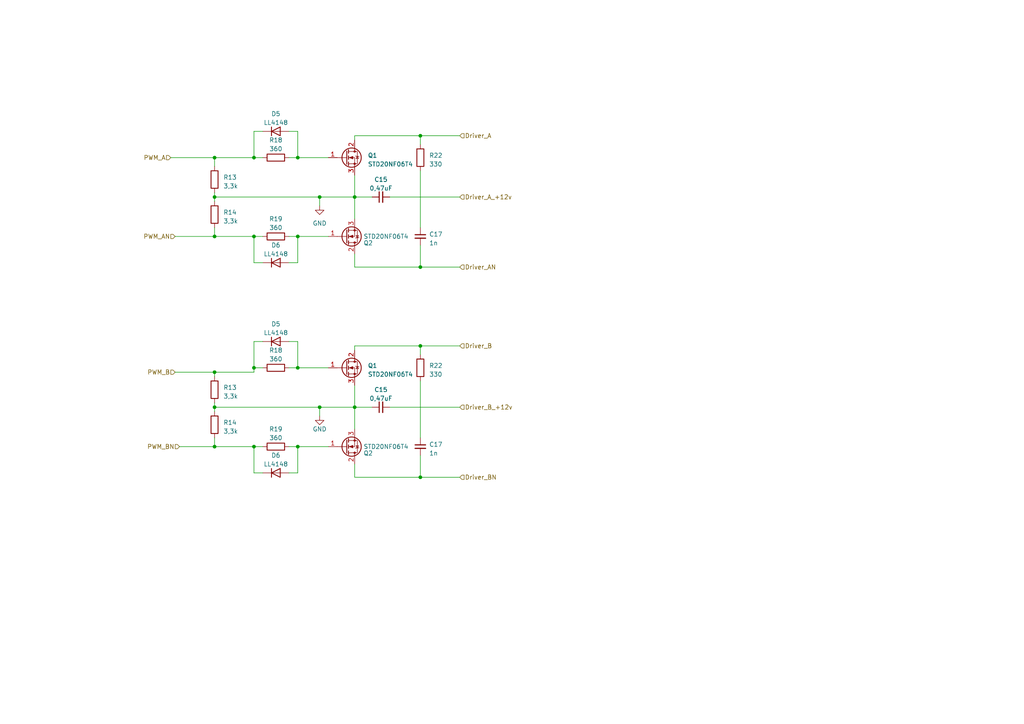
<source format=kicad_sch>
(kicad_sch (version 20230121) (generator eeschema)
  (paper "A4")
  (lib_symbols
    (symbol "Device:C_Small" (pin_numbers hide) (pin_names (offset 0.254) hide)
      (property "Reference" "C" (at 0.254 1.778 0))
      (property "Value" "C_Small" (at 0.254 -2.032 0))
      (symbol "C_Small_0_1"
        (polyline (pts (xy -1.524 -0.508) (xy 1.524 -0.508)) (stroke (width 0.3302)))
        (polyline (pts (xy -1.524 0.508) (xy 1.524 0.508)) (stroke (width 0.3048)))
      )
      (symbol "C_Small_1_1"
        (pin passive line (at 0 2.54 270) (length 2.032) (name "~") (number "1"))
        (pin passive line (at 0 -2.54 90) (length 2.032) (name "~") (number "2"))
      )
    )
    (symbol "Device:R" (pin_numbers hide) (pin_names (offset 0))
      (property "Reference" "R" (at 2.032 0 90))
      (property "Value" "R" (at 0 0 90))
      (symbol "R_0_1"
        (rectangle (start -1.016 -2.54) (end 1.016 2.54) (stroke (width 0.254)))
      )
      (symbol "R_1_1"
        (pin passive line (at 0 3.81 270) (length 1.27) (name "~") (number "1"))
        (pin passive line (at 0 -3.81 90) (length 1.27) (name "~") (number "2"))
      )
    )
    (symbol "Diode:LL4148" (pin_numbers hide) (pin_names hide)
      (property "Reference" "D" (at 0 2.54 0))
      (property "Value" "LL4148" (at 0 -2.54 0))
      (symbol "LL4148_0_1"
        (polyline (pts (xy -1.27 1.27) (xy -1.27 -1.27)) (stroke (width 0.254)))
        (polyline (pts (xy 1.27 0) (xy -1.27 0)))
        (polyline (pts (xy 1.27 1.27) (xy 1.27 -1.27) (xy -1.27 0) (xy 1.27 1.27)) (stroke (width 0.254)))
      )
      (symbol "LL4148_1_1"
        (pin passive line (at -3.81 0 0) (length 2.54) (name "K") (number "1"))
        (pin passive line (at 3.81 0 180) (length 2.54) (name "A") (number "2"))
      )
    )
    (symbol "Transistor_FET:QM6006D" (pin_names hide)
      (property "Reference" "Q" (at 5.08 1.905 0))
      (property "Value" "QM6006D" (at 5.08 0 0))
      (symbol "QM6006D_0_1"
        (polyline (pts (xy 0.254 0) (xy -2.54 0)))
        (polyline (pts (xy 0.254 1.905) (xy 0.254 -1.905)) (stroke (width 0.254)))
        (polyline (pts (xy 0.762 -1.27) (xy 0.762 -2.286)) (stroke (width 0.254)))
        (polyline (pts (xy 0.762 0.508) (xy 0.762 -0.508)) (stroke (width 0.254)))
        (polyline (pts (xy 0.762 2.286) (xy 0.762 1.27)) (stroke (width 0.254)))
        (polyline (pts (xy 2.54 2.54) (xy 2.54 1.778)))
        (polyline (pts (xy 2.54 -2.54) (xy 2.54 0) (xy 0.762 0)))
        (polyline (pts (xy 0.762 -1.778) (xy 3.302 -1.778) (xy 3.302 1.778) (xy 0.762 1.778)))
        (polyline (pts (xy 1.016 0) (xy 2.032 0.381) (xy 2.032 -0.381) (xy 1.016 0)) (fill (type outline)))
        (polyline (pts (xy 2.794 0.508) (xy 2.921 0.381) (xy 3.683 0.381) (xy 3.81 0.254)))
        (polyline (pts (xy 3.302 0.381) (xy 2.921 -0.254) (xy 3.683 -0.254) (xy 3.302 0.381)))
        (circle (center 1.651 0) (radius 2.794) (stroke (width 0.254)))
        (circle (center 2.54 -1.778) (radius 0.254) (fill (type outline)))
        (circle (center 2.54 1.778) (radius 0.254) (fill (type outline)))
      )
      (symbol "QM6006D_1_1"
        (pin input line (at -5.08 0 0) (length 2.54) (name "G") (number "1"))
        (pin passive line (at 2.54 5.08 270) (length 2.54) (name "D") (number "2"))
        (pin passive line (at 2.54 -5.08 90) (length 2.54) (name "S") (number "3"))
      )
    )
    (symbol "power:GND" (power) (pin_names (offset 0))
      (property "Value" "GND" (at 0 -3.81 0))
      (symbol "GND_0_1"
        (polyline (pts (xy 0 0) (xy 0 -1.27) (xy 1.27 -1.27) (xy 0 -2.54) (xy -1.27 -1.27) (xy 0 -1.27)))
      )
      (symbol "GND_1_1"
        (pin power_in line (at 0 0 270) (length 0) hide (name "GND") (number "1"))
      )
    )
  )
  (junction (at 121.92 100.33))
  (junction (at 92.71 57.15))
  (junction (at 86.36 68.58))
  (junction (at 62.23 45.72))
  (junction (at 121.92 138.43))
  (junction (at 62.23 118.11))
  (junction (at 62.23 129.54))
  (junction (at 73.66 106.68))
  (junction (at 121.92 77.47))
  (junction (at 62.23 57.15))
  (junction (at 62.23 68.58))
  (junction (at 73.66 68.58))
  (junction (at 92.71 118.11))
  (junction (at 102.87 118.11))
  (junction (at 121.92 39.37))
  (junction (at 73.66 45.72))
  (junction (at 102.87 57.15))
  (junction (at 62.23 107.95))
  (junction (at 73.66 129.54))
  (junction (at 86.36 106.68))
  (junction (at 86.36 45.72))
  (junction (at 86.36 129.54))
  (wire (pts (xy 62.23 55.88) (xy 62.23 57.15)))
  (wire (pts (xy 121.92 100.33) (xy 133.35 100.33)))
  (wire (pts (xy 102.87 100.33) (xy 121.92 100.33)))
  (wire (pts (xy 102.87 101.6) (xy 102.87 100.33)))
  (wire (pts (xy 121.92 132.08) (xy 121.92 138.43)))
  (wire (pts (xy 86.36 106.68) (xy 95.25 106.68)))
  (wire (pts (xy 73.66 68.58) (xy 76.2 68.58)))
  (wire (pts (xy 76.2 137.16) (xy 73.66 137.16)))
  (wire (pts (xy 73.66 99.06) (xy 73.66 106.68)))
  (wire (pts (xy 62.23 107.95) (xy 62.23 109.22)))
  (wire (pts (xy 76.2 99.06) (xy 73.66 99.06)))
  (wire (pts (xy 92.71 57.15) (xy 92.71 59.69)))
  (wire (pts (xy 73.66 106.68) (xy 76.2 106.68)))
  (wire (pts (xy 62.23 129.54) (xy 62.23 127)))
  (wire (pts (xy 92.71 118.11) (xy 102.87 118.11)))
  (wire (pts (xy 121.92 49.53) (xy 121.92 66.04)))
  (wire (pts (xy 73.66 76.2) (xy 73.66 68.58)))
  (wire (pts (xy 121.92 100.33) (xy 121.92 102.87)))
  (wire (pts (xy 49.53 45.72) (xy 62.23 45.72)))
  (wire (pts (xy 102.87 134.62) (xy 102.87 138.43)))
  (wire (pts (xy 102.87 73.66) (xy 102.87 77.47)))
  (wire (pts (xy 83.82 68.58) (xy 86.36 68.58)))
  (wire (pts (xy 73.66 45.72) (xy 76.2 45.72)))
  (wire (pts (xy 62.23 118.11) (xy 62.23 119.38)))
  (wire (pts (xy 62.23 57.15) (xy 92.71 57.15)))
  (wire (pts (xy 86.36 99.06) (xy 86.36 106.68)))
  (wire (pts (xy 83.82 106.68) (xy 86.36 106.68)))
  (wire (pts (xy 62.23 118.11) (xy 92.71 118.11)))
  (wire (pts (xy 102.87 118.11) (xy 102.87 124.46)))
  (wire (pts (xy 102.87 40.64) (xy 102.87 39.37)))
  (wire (pts (xy 102.87 57.15) (xy 107.95 57.15)))
  (wire (pts (xy 102.87 118.11) (xy 102.87 111.76)))
  (wire (pts (xy 86.36 76.2) (xy 86.36 68.58)))
  (wire (pts (xy 83.82 38.1) (xy 86.36 38.1)))
  (wire (pts (xy 62.23 107.95) (xy 73.66 107.95)))
  (wire (pts (xy 73.66 38.1) (xy 73.66 45.72)))
  (wire (pts (xy 73.66 129.54) (xy 76.2 129.54)))
  (wire (pts (xy 86.36 137.16) (xy 86.36 129.54)))
  (wire (pts (xy 50.8 107.95) (xy 62.23 107.95)))
  (wire (pts (xy 83.82 137.16) (xy 86.36 137.16)))
  (wire (pts (xy 73.66 107.95) (xy 73.66 106.68)))
  (wire (pts (xy 83.82 129.54) (xy 86.36 129.54)))
  (wire (pts (xy 62.23 57.15) (xy 62.23 58.42)))
  (wire (pts (xy 92.71 118.11) (xy 92.71 120.65)))
  (wire (pts (xy 86.36 45.72) (xy 95.25 45.72)))
  (wire (pts (xy 76.2 38.1) (xy 73.66 38.1)))
  (wire (pts (xy 83.82 99.06) (xy 86.36 99.06)))
  (wire (pts (xy 86.36 68.58) (xy 95.25 68.58)))
  (wire (pts (xy 92.71 57.15) (xy 102.87 57.15)))
  (wire (pts (xy 102.87 57.15) (xy 102.87 50.8)))
  (wire (pts (xy 62.23 129.54) (xy 73.66 129.54)))
  (wire (pts (xy 102.87 57.15) (xy 102.87 63.5)))
  (wire (pts (xy 62.23 116.84) (xy 62.23 118.11)))
  (wire (pts (xy 121.92 110.49) (xy 121.92 127)))
  (wire (pts (xy 62.23 66.04) (xy 62.23 68.58)))
  (wire (pts (xy 121.92 138.43) (xy 133.35 138.43)))
  (wire (pts (xy 121.92 39.37) (xy 121.92 41.91)))
  (wire (pts (xy 86.36 129.54) (xy 95.25 129.54)))
  (wire (pts (xy 62.23 45.72) (xy 73.66 45.72)))
  (wire (pts (xy 102.87 138.43) (xy 121.92 138.43)))
  (wire (pts (xy 121.92 77.47) (xy 133.35 77.47)))
  (wire (pts (xy 73.66 137.16) (xy 73.66 129.54)))
  (wire (pts (xy 121.92 71.12) (xy 121.92 77.47)))
  (wire (pts (xy 76.2 76.2) (xy 73.66 76.2)))
  (wire (pts (xy 113.03 57.15) (xy 133.35 57.15)))
  (wire (pts (xy 113.03 118.11) (xy 133.35 118.11)))
  (wire (pts (xy 52.07 129.54) (xy 62.23 129.54)))
  (wire (pts (xy 121.92 39.37) (xy 133.35 39.37)))
  (wire (pts (xy 86.36 38.1) (xy 86.36 45.72)))
  (wire (pts (xy 62.23 68.58) (xy 73.66 68.58)))
  (wire (pts (xy 83.82 76.2) (xy 86.36 76.2)))
  (wire (pts (xy 50.8 68.58) (xy 62.23 68.58)))
  (wire (pts (xy 102.87 118.11) (xy 107.95 118.11)))
  (wire (pts (xy 102.87 77.47) (xy 121.92 77.47)))
  (wire (pts (xy 62.23 45.72) (xy 62.23 48.26)))
  (wire (pts (xy 83.82 45.72) (xy 86.36 45.72)))
  (wire (pts (xy 102.87 39.37) (xy 121.92 39.37)))
  (hierarchical_label "Driver_A" (shape input) (at 133.35 39.37 0))
  (hierarchical_label "PWM_A" (shape input) (at 49.53 45.72 180))
  (hierarchical_label "Driver_A_+12v" (shape input) (at 133.35 57.15 0))
  (hierarchical_label "Driver_B" (shape input) (at 133.35 100.33 0))
  (hierarchical_label "PWM_B" (shape input) (at 50.8 107.95 180))
  (hierarchical_label "Driver_B_+12v" (shape input) (at 133.35 118.11 0))
  (hierarchical_label "Driver_BN" (shape input) (at 133.35 138.43 0))
  (hierarchical_label "PWM_AN" (shape input) (at 50.8 68.58 180))
  (hierarchical_label "Driver_AN" (shape input) (at 133.35 77.47 0))
  (hierarchical_label "PWM_BN" (shape input) (at 52.07 129.54 180))
  (symbol (lib_id "Device:R") (at 62.23 123.19 180) (unit 1)
    (property "Reference" "R14" (at 64.77 122.555 0) (effects (justify right)))
    (property "Value" "3,3k" (at 64.77 125.095 0) (effects (justify right)))
    (property "Footprint" "Resistor_SMD:R_1206_3216Metric" (effects hide))
    (property "MFR.Part" "RC1206JR-073K3L" (effects hide))
    (property "Description" "250mW Thick Film Resistors ±100ppm/℃ ±5% 3.3kΩ 1206 Chip Resistor - Surface Mount ROHS" (effects hide))
    (property "LCSC" "C125845" (effects hide))
    (instances (project "Module_1" (path "" (reference "R14") (unit 1)) (path "" (reference "R22") (unit 1))))
  )
  (symbol (lib_id "Device:R") (at 80.01 45.72 270) (unit 1)
    (property "Reference" "R18" (at 80.01 40.64 90))
    (property "Value" "360" (at 80.01 43.18 90))
    (property "Footprint" "Resistor_SMD:R_1206_3216Metric" (effects hide))
    (property "MFR.Part" "RC1206JR-07360RL" (effects hide))
    (property "Description" "250mW Thick Film Resistors ±100ppm/℃ ±5% 360Ω 1206 Chip Resistor - Surface Mount ROHS" (effects hide))
    (property "LCSC" "C246069" (effects hide))
    (instances (project "Module_1" (path "" (reference "R18") (unit 1)) (path "" (reference "R23") (unit 1))))
  )
  (symbol (lib_id "Device:C_Small") (at 121.92 129.54 0) (unit 1)
    (property "Reference" "C17" (at 124.46 128.9113 0) (effects (justify left)))
    (property "Value" "1n" (at 124.46 131.4513 0) (effects (justify left)))
    (property "Footprint" "Capacitor_SMD:C_1206_3216Metric" (effects hide))
    (property "MFR.Part" "CC1206GRNPO9BN102" (effects hide))
    (property "Description" "50V 1nF NP0 ±2% 1206 Multilayer Ceramic Capacitors MLCC - SMD/SMT ROHS" (effects hide))
    (property "LCSC" "C527247" (effects hide))
    (instances (project "Module_1" (path "" (reference "C17") (unit 1)) (path "" (reference "C22") (unit 1))))
  )
  (symbol (lib_id "Diode:LL4148") (at 80.01 76.2 0) (unit 1)
    (property "Reference" "D6" (at 80.01 71.12 0))
    (property "Value" "LL4148" (at 80.01 73.66 0))
    (property "Footprint" "Diode_SMD:D_MiniMELF" (effects hide))
    (property "Datasheet" "http://www.vishay.com/docs/85557/ll4148.pdf" (effects hide))
    (property "MFR.Part" "LL4148" (effects hide))
    (property "Description" "75V 500mW 1V@10mA 4ns 150mA LL-34 Switching Diode ROHS" (effects hide))
    (property "LCSC" "C2891733" (effects hide))
    (instances (project "Module_1" (path "" (reference "D6") (unit 1)) (path "" (reference "D9") (unit 1))))
  )
  (symbol (lib_id "Device:R") (at 121.92 106.68 180) (unit 1)
    (property "Reference" "R22" (at 124.46 106.045 0) (effects (justify right)))
    (property "Value" "330" (at 124.46 108.585 0) (effects (justify right)))
    (property "Footprint" "Resistor_SMD:R_1206_3216Metric" (effects hide))
    (property "MFR.Part" "RC1206JR-07330RL" (effects hide))
    (property "Description" "250mW Thick Film Resistors ±100ppm/℃ ±5% 330Ω 1206 Chip Resistor - Surface Mount ROH" (effects hide))
    (property "LCSC" "C137152" (effects hide))
    (instances (project "Module_1" (path "" (reference "R22") (unit 1)) (path "" (reference "R28") (unit 1))))
  )
  (symbol (lib_id "Diode:LL4148") (at 80.01 38.1 0) (unit 1)
    (property "Reference" "D5" (at 80.01 33.02 0))
    (property "Value" "LL4148" (at 80.01 35.56 0))
    (property "Footprint" "Diode_SMD:D_MiniMELF" (effects hide))
    (property "Datasheet" "http://www.vishay.com/docs/85557/ll4148.pdf" (effects hide))
    (property "MFR.Part" "LL4148" (effects hide))
    (property "Description" "75V 500mW 1V@10mA 4ns 150mA LL-34 Switching Diode ROHS" (effects hide))
    (property "LCSC" "C2891733" (effects hide))
    (instances (project "Module_1" (path "" (reference "D5") (unit 1)) (path "" (reference "D8") (unit 1))))
  )
  (symbol (lib_id "Device:R") (at 80.01 106.68 270) (unit 1)
    (property "Reference" "R18" (at 80.01 101.6 90))
    (property "Value" "360" (at 80.01 104.14 90))
    (property "Footprint" "Resistor_SMD:R_1206_3216Metric" (effects hide))
    (property "MFR.Part" "RC1206JR-07360RL" (effects hide))
    (property "Description" "250mW Thick Film Resistors ±100ppm/℃ ±5% 360Ω 1206 Chip Resistor - Surface Mount ROHS" (effects hide))
    (property "LCSC" "C246069" (effects hide))
    (instances (project "Module_1" (path "" (reference "R18") (unit 1)) (path "" (reference "R25") (unit 1))))
  )
  (symbol (lib_id "Diode:LL4148") (at 80.01 137.16 0) (unit 1)
    (property "Reference" "D6" (at 80.01 132.08 0))
    (property "Value" "LL4148" (at 80.01 134.62 0))
    (property "Footprint" "Diode_SMD:D_MiniMELF" (effects hide))
    (property "Datasheet" "http://www.vishay.com/docs/85557/ll4148.pdf" (effects hide))
    (property "MFR.Part" "LL4148" (effects hide))
    (property "Description" "75V 500mW 1V@10mA 4ns 150mA LL-34 Switching Diode ROHS" (effects hide))
    (property "LCSC" "C2891733" (effects hide))
    (instances (project "Module_1" (path "" (reference "D6") (unit 1)) (path "" (reference "D11") (unit 1))))
  )
  (symbol (lib_id "Device:C_Small") (at 110.49 118.11 90) (unit 1)
    (property "Reference" "C15" (at 110.4963 113.03 90))
    (property "Value" "0,47uF" (at 110.4963 115.57 90))
    (property "Footprint" "Capacitor_SMD:C_1206_3216Metric" (effects hide))
    (property "MFR.Part" "CC1206KKX7R9BB474" (effects hide))
    (property "Description" "50V 470nF X7R ±10% 1206 Multilayer Ceramic Capacitors MLCC - SMD/SMT ROHS" (effects hide))
    (property "LCSC" "C277483" (effects hide))
    (instances (project "Module_1" (path "" (reference "C15") (unit 1)) (path "" (reference "C20") (unit 1))))
  )
  (symbol (lib_id "Device:R") (at 80.01 68.58 270) (unit 1)
    (property "Reference" "R19" (at 80.01 63.5 90))
    (property "Value" "360" (at 80.01 66.04 90))
    (property "Footprint" "Resistor_SMD:R_1206_3216Metric" (effects hide))
    (property "MFR.Part" "RC1206JR-07360RL" (effects hide))
    (property "Description" "250mW Thick Film Resistors ±100ppm/℃ ±5% 360Ω 1206 Chip Resistor - Surface Mount ROHS" (effects hide))
    (property "LCSC" "C246069" (effects hide))
    (instances (project "Module_1" (path "" (reference "R19") (unit 1)) (path "" (reference "R24") (unit 1))))
  )
  (symbol (lib_id "Transistor_FET:QM6006D") (at 100.33 68.58 0) (mirror x) (unit 1)
    (property "Reference" "Q2" (at 105.41 70.485 0) (effects (justify left)))
    (property "Value" "STD20NF06T4" (at 105.41 68.58 0) (effects (justify left)))
    (property "Footprint" "Package_TO_SOT_SMD:TO-252-2" (effects hide))
    (property "Datasheet" "http://www.jaolen.com/images/pdf/QM6006D.pdf" (effects hide))
    (property "MFR.Part" "STD20NF06L" (effects hide))
    (property "Description" "30A 35mΩ@15A,10V 55W TO-252 MOSFETs ROHS" (effects hide))
    (property "LCSC" "C668203" (effects hide))
  )
  (symbol (lib_id "Device:C_Small") (at 121.92 68.58 0) (unit 1)
    (property "Reference" "C17" (at 124.46 67.9513 0) (effects (justify left)))
    (property "Value" "1n" (at 124.46 70.4913 0) (effects (justify left)))
    (property "Footprint" "Capacitor_SMD:C_1206_3216Metric" (effects hide))
    (property "MFR.Part" "CC1206GRNPO9BN102" (effects hide))
    (property "Description" "50V 1nF NP0 ±2% 1206 Multilayer Ceramic Capacitors MLCC - SMD/SMT ROHS" (effects hide))
    (property "LCSC" "C527247" (effects hide))
    (instances (project "Module_1" (path "" (reference "C17") (unit 1)) (path "" (reference "C21") (unit 1))))
  )
  (symbol (lib_id "Device:R") (at 121.92 45.72 180) (unit 1)
    (property "Reference" "R22" (at 124.46 45.085 0) (effects (justify right)))
    (property "Value" "330" (at 124.46 47.625 0) (effects (justify right)))
    (property "Footprint" "Resistor_SMD:R_1206_3216Metric" (effects hide))
    (property "MFR.Part" "RC1206JR-07330RL" (effects hide))
    (property "Description" "250mW Thick Film Resistors ±100ppm/℃ ±5% 330Ω 1206 Chip Resistor - Surface Mount ROH" (effects hide))
    (property "LCSC" "C137152" (effects hide))
    (instances (project "Module_1" (path "" (reference "R22") (unit 1)) (path "" (reference "R27") (unit 1))))
  )
  (symbol (lib_id "power:GND") (at 92.71 120.65 0) (unit 1)
    (property "Reference" "#PWR027" (effects hide))
    (property "Value" "GND" (at 92.71 124.46 0))
  )
  (symbol (lib_id "Diode:LL4148") (at 80.01 99.06 0) (unit 1)
    (property "Reference" "D5" (at 80.01 93.98 0))
    (property "Value" "LL4148" (at 80.01 96.52 0))
    (property "Footprint" "Diode_SMD:D_MiniMELF" (effects hide))
    (property "Datasheet" "http://www.vishay.com/docs/85557/ll4148.pdf" (effects hide))
    (property "MFR.Part" "LL4148" (effects hide))
    (property "Description" "75V 500mW 1V@10mA 4ns 150mA LL-34 Switching Diode ROHS" (effects hide))
    (property "LCSC" "C2891733" (effects hide))
    (instances (project "Module_1" (path "" (reference "D5") (unit 1)) (path "" (reference "D10") (unit 1))))
  )
  (symbol (lib_id "Device:C_Small") (at 110.49 57.15 90) (unit 1)
    (property "Reference" "C15" (at 110.4963 52.07 90))
    (property "Value" "0,47uF" (at 110.4963 54.61 90))
    (property "Footprint" "Capacitor_SMD:C_1206_3216Metric" (effects hide))
    (property "MFR.Part" "CC1206KKX7R9BB474" (effects hide))
    (property "Description" "50V 470nF X7R ±10% 1206 Multilayer Ceramic Capacitors MLCC - SMD/SMT ROHS" (effects hide))
    (property "LCSC" "C277483" (effects hide))
    (instances (project "Module_1" (path "" (reference "C15") (unit 1)) (path "" (reference "C19") (unit 1))))
  )
  (symbol (lib_id "Transistor_FET:QM6006D") (at 100.33 129.54 0) (mirror x) (unit 1)
    (property "Reference" "Q2" (at 105.41 131.445 0) (effects (justify left)))
    (property "Value" "STD20NF06T4" (at 105.41 129.54 0) (effects (justify left)))
    (property "Footprint" "Package_TO_SOT_SMD:TO-252-2" (effects hide))
    (property "Datasheet" "http://www.jaolen.com/images/pdf/QM6006D.pdf" (effects hide))
    (property "MFR.Part" "STD20NF06L" (effects hide))
    (property "Description" "30A 35mΩ@15A,10V 55W TO-252 MOSFETs ROHS" (effects hide))
    (property "LCSC" "C668203" (effects hide))
    (instances (project "Module_1" (path "" (reference "Q2") (unit 1)) (path "" (reference "Q4") (unit 1))))
  )
  (symbol (lib_id "Transistor_FET:QM6006D") (at 100.33 106.68 0) (unit 1)
    (property "Reference" "Q1" (at 106.68 106.045 0) (effects (justify left)))
    (property "Value" "STD20NF06T4" (at 106.68 108.585 0) (effects (justify left)))
    (property "Footprint" "Package_TO_SOT_SMD:TO-252-2" (effects hide))
    (property "Datasheet" "http://www.jaolen.com/images/pdf/QM6006D.pdf" (effects hide))
    (property "MFR.Part" "STD20NF06L" (effects hide))
    (property "Description" "30A 35mΩ@15A,10V 55W TO-252 MOSFETs ROHS" (effects hide))
    (property "LCSC" "C668203" (effects hide))
    (instances (project "Module_1" (path "" (reference "Q1") (unit 1)) (path "" (reference "Q3") (unit 1))))
  )
  (symbol (lib_id "Device:R") (at 62.23 62.23 180) (unit 1)
    (property "Reference" "R14" (at 64.77 61.595 0) (effects (justify right)))
    (property "Value" "3,3k" (at 64.77 64.135 0) (effects (justify right)))
    (property "Footprint" "Resistor_SMD:R_1206_3216Metric" (effects hide))
    (property "MFR.Part" "RC1206JR-073K3L" (effects hide))
    (property "Description" "250mW Thick Film Resistors ±100ppm/℃ ±5% 3.3kΩ 1206 Chip Resistor - Surface Mount ROHS" (effects hide))
    (property "LCSC" "C125845" (effects hide))
    (instances (project "Module_1" (path "" (reference "R14") (unit 1)) (path "" (reference "R20") (unit 1))))
  )
  (symbol (lib_id "Transistor_FET:QM6006D") (at 100.33 45.72 0) (unit 1)
    (property "Reference" "Q1" (at 106.68 45.085 0) (effects (justify left)))
    (property "Value" "STD20NF06T4" (at 106.68 47.625 0) (effects (justify left)))
    (property "Footprint" "Package_TO_SOT_SMD:TO-252-2" (effects hide))
    (property "Datasheet" "http://www.jaolen.com/images/pdf/QM6006D.pdf" (effects hide))
    (property "MFR.Part" "STD20NF06L" (effects hide))
    (property "Description" "30A 35mΩ@15A,10V 55W TO-252 MOSFETs ROHS" (effects hide))
    (property "LCSC" "C668203" (effects hide))
  )
  (symbol (lib_id "Device:R") (at 62.23 113.03 180) (unit 1)
    (property "Reference" "R13" (at 64.77 112.395 0) (effects (justify right)))
    (property "Value" "3,3k" (at 64.77 114.935 0) (effects (justify right)))
    (property "Footprint" "Resistor_SMD:R_1206_3216Metric" (effects hide))
    (property "MFR.Part" "RC1206JR-073K3L" (effects hide))
    (property "Description" "250mW Thick Film Resistors ±100ppm/℃ ±5% 3.3kΩ 1206 Chip Resistor - Surface Mount ROHS" (effects hide))
    (property "LCSC" "C125845" (effects hide))
    (instances (project "Module_1" (path "" (reference "R13") (unit 1)) (path "" (reference "R21") (unit 1))))
  )
  (symbol (lib_id "power:GND") (at 92.71 59.69 0) (unit 1)
    (property "Reference" "#PWR026" (effects hide))
    (property "Value" "GND" (at 92.71 64.77 0))
  )
  (symbol (lib_id "Device:R") (at 80.01 129.54 270) (unit 1)
    (property "Reference" "R19" (at 80.01 124.46 90))
    (property "Value" "360" (at 80.01 127 90))
    (property "Footprint" "Resistor_SMD:R_1206_3216Metric" (effects hide))
    (property "MFR.Part" "RC1206JR-07360RL" (effects hide))
    (property "Description" "250mW Thick Film Resistors ±100ppm/℃ ±5% 360Ω 1206 Chip Resistor - Surface Mount ROHS" (effects hide))
    (property "LCSC" "C246069" (effects hide))
    (instances (project "Module_1" (path "" (reference "R19") (unit 1)) (path "" (reference "R26") (unit 1))))
  )
  (symbol (lib_id "Device:R") (at 62.23 52.07 180) (unit 1)
    (property "Reference" "R13" (at 64.77 51.435 0) (effects (justify right)))
    (property "Value" "3,3k" (at 64.77 53.975 0) (effects (justify right)))
    (property "Footprint" "Resistor_SMD:R_1206_3216Metric" (effects hide))
    (property "MFR.Part" "RC1206JR-073K3L" (effects hide))
    (property "Description" "250mW Thick Film Resistors ±100ppm/℃ ±5% 3.3kΩ 1206 Chip Resistor - Surface Mount ROHS" (effects hide))
    (property "LCSC" "C125845" (effects hide))
    (instances (project "Module_1" (path "" (reference "R13") (unit 1)) (path "" (reference "R19") (unit 1))))
  )
)
</source>
